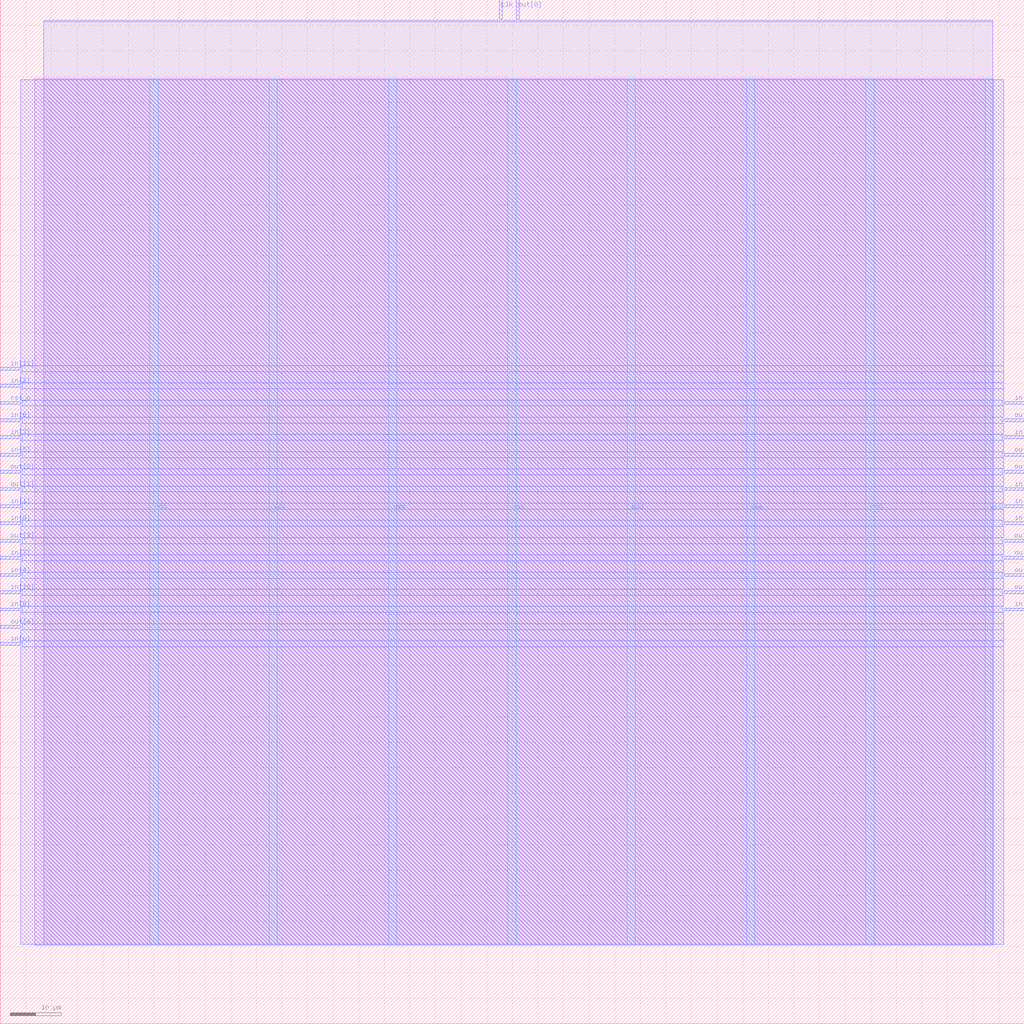
<source format=lef>
VERSION 5.7 ;
  NOWIREEXTENSIONATPIN ON ;
  DIVIDERCHAR "/" ;
  BUSBITCHARS "[]" ;
MACRO loopback7
  CLASS BLOCK ;
  FOREIGN loopback7 ;
  ORIGIN 0.000 0.000 ;
  SIZE 200.000 BY 200.000 ;
  PIN clk
    DIRECTION INPUT ;
    USE SIGNAL ;
    ANTENNAGATEAREA 0.498500 ;
    ANTENNADIFFAREA 0.410400 ;
    PORT
      LAYER Metal2 ;
        RECT 97.440 196.000 98.000 200.000 ;
    END
  END clk
  PIN in[0]
    DIRECTION INPUT ;
    USE SIGNAL ;
    ANTENNAGATEAREA 0.741000 ;
    ANTENNADIFFAREA 0.410400 ;
    PORT
      LAYER Metal3 ;
        RECT 0.000 73.920 4.000 74.480 ;
    END
  END in[0]
  PIN in[10]
    DIRECTION INPUT ;
    USE SIGNAL ;
    ANTENNAGATEAREA 0.741000 ;
    ANTENNADIFFAREA 0.410400 ;
    PORT
      LAYER Metal3 ;
        RECT 0.000 84.000 4.000 84.560 ;
    END
  END in[10]
  PIN in[11]
    DIRECTION INPUT ;
    USE SIGNAL ;
    ANTENNAGATEAREA 0.741000 ;
    ANTENNADIFFAREA 0.410400 ;
    PORT
      LAYER Metal3 ;
        RECT 0.000 127.680 4.000 128.240 ;
    END
  END in[11]
  PIN in[12]
    DIRECTION INPUT ;
    USE SIGNAL ;
    ANTENNAGATEAREA 0.741000 ;
    ANTENNADIFFAREA 0.410400 ;
    PORT
      LAYER Metal3 ;
        RECT 196.000 80.640 200.000 81.200 ;
    END
  END in[12]
  PIN in[13]
    DIRECTION INPUT ;
    USE SIGNAL ;
    ANTENNAGATEAREA 0.741000 ;
    ANTENNADIFFAREA 0.410400 ;
    PORT
      LAYER Metal3 ;
        RECT 196.000 120.960 200.000 121.520 ;
    END
  END in[13]
  PIN in[14]
    DIRECTION INPUT ;
    USE SIGNAL ;
    ANTENNAGATEAREA 0.741000 ;
    ANTENNADIFFAREA 0.410400 ;
    PORT
      LAYER Metal3 ;
        RECT 196.000 97.440 200.000 98.000 ;
    END
  END in[14]
  PIN in[15]
    DIRECTION INPUT ;
    USE SIGNAL ;
    ANTENNAGATEAREA 0.741000 ;
    ANTENNADIFFAREA 0.410400 ;
    PORT
      LAYER Metal3 ;
        RECT 196.000 104.160 200.000 104.720 ;
    END
  END in[15]
  PIN in[16]
    DIRECTION INPUT ;
    USE SIGNAL ;
    ANTENNAGATEAREA 0.741000 ;
    ANTENNADIFFAREA 0.410400 ;
    PORT
      LAYER Metal3 ;
        RECT 196.000 100.800 200.000 101.360 ;
    END
  END in[16]
  PIN in[17]
    DIRECTION INPUT ;
    USE SIGNAL ;
    ANTENNAGATEAREA 0.741000 ;
    ANTENNADIFFAREA 0.410400 ;
    PORT
      LAYER Metal3 ;
        RECT 196.000 114.240 200.000 114.800 ;
    END
  END in[17]
  PIN in[1]
    DIRECTION INPUT ;
    USE SIGNAL ;
    ANTENNAGATEAREA 0.741000 ;
    ANTENNADIFFAREA 0.410400 ;
    PORT
      LAYER Metal3 ;
        RECT 0.000 100.800 4.000 101.360 ;
    END
  END in[1]
  PIN in[2]
    DIRECTION INPUT ;
    USE SIGNAL ;
    ANTENNAGATEAREA 0.741000 ;
    ANTENNADIFFAREA 0.410400 ;
    PORT
      LAYER Metal3 ;
        RECT 0.000 124.320 4.000 124.880 ;
    END
  END in[2]
  PIN in[3]
    DIRECTION INPUT ;
    USE SIGNAL ;
    ANTENNAGATEAREA 0.741000 ;
    ANTENNADIFFAREA 0.410400 ;
    PORT
      LAYER Metal3 ;
        RECT 0.000 114.240 4.000 114.800 ;
    END
  END in[3]
  PIN in[4]
    DIRECTION INPUT ;
    USE SIGNAL ;
    ANTENNAGATEAREA 0.741000 ;
    ANTENNADIFFAREA 0.410400 ;
    PORT
      LAYER Metal3 ;
        RECT 0.000 87.360 4.000 87.920 ;
    END
  END in[4]
  PIN in[5]
    DIRECTION INPUT ;
    USE SIGNAL ;
    ANTENNAGATEAREA 0.741000 ;
    ANTENNADIFFAREA 0.410400 ;
    PORT
      LAYER Metal3 ;
        RECT 0.000 110.880 4.000 111.440 ;
    END
  END in[5]
  PIN in[6]
    DIRECTION INPUT ;
    USE SIGNAL ;
    ANTENNAGATEAREA 0.741000 ;
    ANTENNADIFFAREA 0.410400 ;
    PORT
      LAYER Metal3 ;
        RECT 0.000 117.600 4.000 118.160 ;
    END
  END in[6]
  PIN in[7]
    DIRECTION INPUT ;
    USE SIGNAL ;
    ANTENNAGATEAREA 0.741000 ;
    ANTENNADIFFAREA 0.410400 ;
    PORT
      LAYER Metal3 ;
        RECT 0.000 90.720 4.000 91.280 ;
    END
  END in[7]
  PIN in[8]
    DIRECTION INPUT ;
    USE SIGNAL ;
    ANTENNAGATEAREA 0.741000 ;
    ANTENNADIFFAREA 0.410400 ;
    PORT
      LAYER Metal3 ;
        RECT 0.000 80.640 4.000 81.200 ;
    END
  END in[8]
  PIN in[9]
    DIRECTION INPUT ;
    USE SIGNAL ;
    ANTENNAGATEAREA 0.741000 ;
    ANTENNADIFFAREA 0.410400 ;
    PORT
      LAYER Metal3 ;
        RECT 0.000 97.440 4.000 98.000 ;
    END
  END in[9]
  PIN out[0]
    DIRECTION OUTPUT TRISTATE ;
    USE SIGNAL ;
    ANTENNADIFFAREA 0.897600 ;
    PORT
      LAYER Metal2 ;
        RECT 100.800 196.000 101.360 200.000 ;
    END
  END out[0]
  PIN out[10]
    DIRECTION OUTPUT TRISTATE ;
    USE SIGNAL ;
    ANTENNADIFFAREA 4.731200 ;
    PORT
      LAYER Metal3 ;
        RECT 196.000 107.520 200.000 108.080 ;
    END
  END out[10]
  PIN out[11]
    DIRECTION OUTPUT TRISTATE ;
    USE SIGNAL ;
    ANTENNADIFFAREA 4.731200 ;
    PORT
      LAYER Metal3 ;
        RECT 196.000 110.880 200.000 111.440 ;
    END
  END out[11]
  PIN out[1]
    DIRECTION OUTPUT TRISTATE ;
    USE SIGNAL ;
    ANTENNADIFFAREA 4.731200 ;
    PORT
      LAYER Metal3 ;
        RECT 0.000 104.160 4.000 104.720 ;
    END
  END out[1]
  PIN out[2]
    DIRECTION OUTPUT TRISTATE ;
    USE SIGNAL ;
    ANTENNADIFFAREA 4.731200 ;
    PORT
      LAYER Metal3 ;
        RECT 0.000 107.520 4.000 108.080 ;
    END
  END out[2]
  PIN out[3]
    DIRECTION OUTPUT TRISTATE ;
    USE SIGNAL ;
    ANTENNADIFFAREA 4.731200 ;
    PORT
      LAYER Metal3 ;
        RECT 0.000 94.080 4.000 94.640 ;
    END
  END out[3]
  PIN out[4]
    DIRECTION OUTPUT TRISTATE ;
    USE SIGNAL ;
    ANTENNADIFFAREA 4.731200 ;
    PORT
      LAYER Metal3 ;
        RECT 0.000 77.280 4.000 77.840 ;
    END
  END out[4]
  PIN out[5]
    DIRECTION OUTPUT TRISTATE ;
    USE SIGNAL ;
    ANTENNADIFFAREA 4.731200 ;
    PORT
      LAYER Metal3 ;
        RECT 196.000 90.720 200.000 91.280 ;
    END
  END out[5]
  PIN out[6]
    DIRECTION OUTPUT TRISTATE ;
    USE SIGNAL ;
    ANTENNADIFFAREA 4.731200 ;
    PORT
      LAYER Metal3 ;
        RECT 196.000 94.080 200.000 94.640 ;
    END
  END out[6]
  PIN out[7]
    DIRECTION OUTPUT TRISTATE ;
    USE SIGNAL ;
    ANTENNADIFFAREA 4.731200 ;
    PORT
      LAYER Metal3 ;
        RECT 196.000 84.000 200.000 84.560 ;
    END
  END out[7]
  PIN out[8]
    DIRECTION OUTPUT TRISTATE ;
    USE SIGNAL ;
    ANTENNADIFFAREA 4.731200 ;
    PORT
      LAYER Metal3 ;
        RECT 196.000 87.360 200.000 87.920 ;
    END
  END out[8]
  PIN out[9]
    DIRECTION OUTPUT TRISTATE ;
    USE SIGNAL ;
    ANTENNADIFFAREA 4.731200 ;
    PORT
      LAYER Metal3 ;
        RECT 196.000 117.600 200.000 118.160 ;
    END
  END out[9]
  PIN rst_n
    DIRECTION INPUT ;
    USE SIGNAL ;
    ANTENNAGATEAREA 0.741000 ;
    ANTENNADIFFAREA 0.410400 ;
    PORT
      LAYER Metal3 ;
        RECT 0.000 120.960 4.000 121.520 ;
    END
  END rst_n
  PIN vdd
    DIRECTION INOUT ;
    USE POWER ;
    PORT
      LAYER Metal4 ;
        RECT 29.230 15.380 30.830 184.540 ;
    END
    PORT
      LAYER Metal4 ;
        RECT 75.850 15.380 77.450 184.540 ;
    END
    PORT
      LAYER Metal4 ;
        RECT 122.470 15.380 124.070 184.540 ;
    END
    PORT
      LAYER Metal4 ;
        RECT 169.090 15.380 170.690 184.540 ;
    END
  END vdd
  PIN vss
    DIRECTION INOUT ;
    USE GROUND ;
    PORT
      LAYER Metal4 ;
        RECT 52.540 15.380 54.140 184.540 ;
    END
    PORT
      LAYER Metal4 ;
        RECT 99.160 15.380 100.760 184.540 ;
    END
    PORT
      LAYER Metal4 ;
        RECT 145.780 15.380 147.380 184.540 ;
    END
    PORT
      LAYER Metal4 ;
        RECT 192.400 15.380 194.000 184.540 ;
    END
  END vss
  OBS
      LAYER Metal1 ;
        RECT 6.720 15.380 194.000 184.540 ;
      LAYER Metal2 ;
        RECT 8.540 195.700 97.140 196.000 ;
        RECT 98.300 195.700 100.500 196.000 ;
        RECT 101.660 195.700 193.860 196.000 ;
        RECT 8.540 15.490 193.860 195.700 ;
      LAYER Metal3 ;
        RECT 4.000 128.540 196.000 184.380 ;
        RECT 4.300 127.380 196.000 128.540 ;
        RECT 4.000 125.180 196.000 127.380 ;
        RECT 4.300 124.020 196.000 125.180 ;
        RECT 4.000 121.820 196.000 124.020 ;
        RECT 4.300 120.660 195.700 121.820 ;
        RECT 4.000 118.460 196.000 120.660 ;
        RECT 4.300 117.300 195.700 118.460 ;
        RECT 4.000 115.100 196.000 117.300 ;
        RECT 4.300 113.940 195.700 115.100 ;
        RECT 4.000 111.740 196.000 113.940 ;
        RECT 4.300 110.580 195.700 111.740 ;
        RECT 4.000 108.380 196.000 110.580 ;
        RECT 4.300 107.220 195.700 108.380 ;
        RECT 4.000 105.020 196.000 107.220 ;
        RECT 4.300 103.860 195.700 105.020 ;
        RECT 4.000 101.660 196.000 103.860 ;
        RECT 4.300 100.500 195.700 101.660 ;
        RECT 4.000 98.300 196.000 100.500 ;
        RECT 4.300 97.140 195.700 98.300 ;
        RECT 4.000 94.940 196.000 97.140 ;
        RECT 4.300 93.780 195.700 94.940 ;
        RECT 4.000 91.580 196.000 93.780 ;
        RECT 4.300 90.420 195.700 91.580 ;
        RECT 4.000 88.220 196.000 90.420 ;
        RECT 4.300 87.060 195.700 88.220 ;
        RECT 4.000 84.860 196.000 87.060 ;
        RECT 4.300 83.700 195.700 84.860 ;
        RECT 4.000 81.500 196.000 83.700 ;
        RECT 4.300 80.340 195.700 81.500 ;
        RECT 4.000 78.140 196.000 80.340 ;
        RECT 4.300 76.980 196.000 78.140 ;
        RECT 4.000 74.780 196.000 76.980 ;
        RECT 4.300 73.620 196.000 74.780 ;
        RECT 4.000 15.540 196.000 73.620 ;
  END
END loopback7
END LIBRARY


</source>
